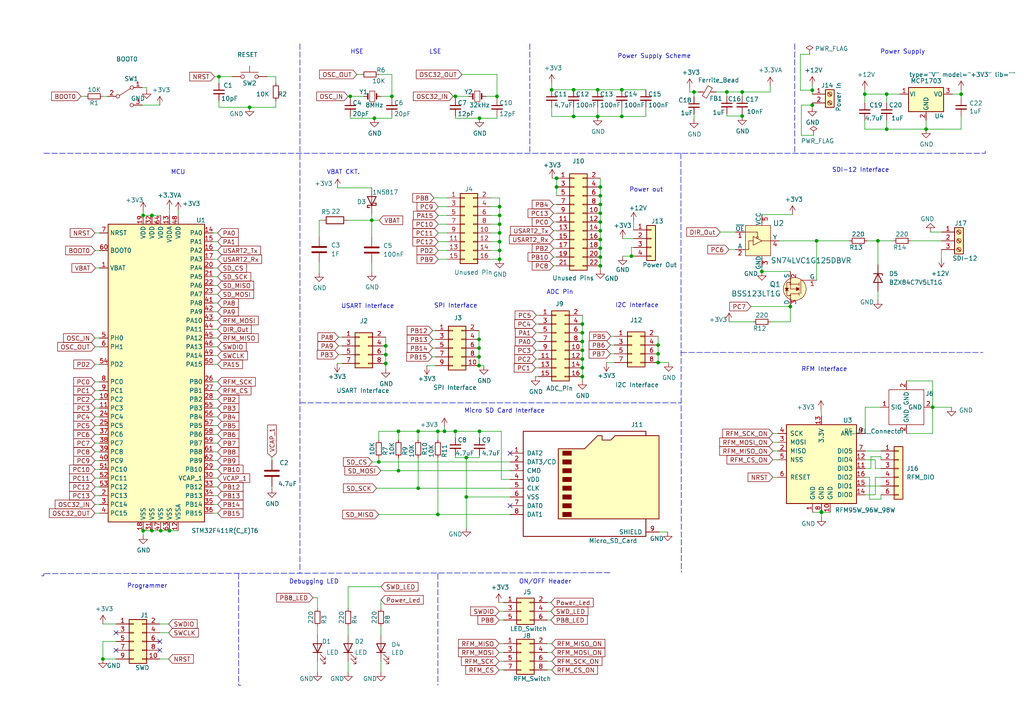
<source format=kicad_sch>
(kicad_sch (version 20211123) (generator eeschema)
  (paper "A4")
  (title_block (title "MoleNet V5.2") (date "2022-07-23") (rev "1") (company "Comnets Uni Bremen") (comment 1 "Eenesh Chavan"))
  (junction (at 268.605 37.465))
  (junction (at 46.609 153.924))
  (junction (at 41.529 62.484))
  (junction (at 235.585 30.48))
  (junction (at 115.57 136.525))
  (junction (at 144.907 67.564))
  (junction (at 138.938 100.965))
  (junction (at 270.51 118.11))
  (junction (at 238.252 148.463))
  (junction (at 190.881 102.616))
  (junction (at 201.295 26.67))
  (junction (at 144.907 65.024))
  (junction (at 190.881 105.156))
  (junction (at 168.91 109.22))
  (junction (at 173.355 26.035))
  (junction (at 108.585 34.29))
  (junction (at 127 125.095))
  (junction (at 229.235 88.9))
  (junction (at 144.907 75.184))
  (junction (at 101.6 27.94))
  (junction (at 63.5 22.225))
  (junction (at 168.91 96.52))
  (junction (at 183.134 74.295))
  (junction (at 168.91 106.68))
  (junction (at 174.117 74.549))
  (junction (at 29.845 191.135))
  (junction (at 111.887 102.87))
  (junction (at 49.149 153.924))
  (junction (at 166.37 33.782))
  (junction (at 72.39 31.115))
  (junction (at 107.823 63.881))
  (junction (at 250.825 27.305))
  (junction (at 44.069 153.924))
  (junction (at 144.907 59.944))
  (junction (at 138.938 103.505))
  (junction (at 111.887 100.33))
  (junction (at 215.265 33.655))
  (junction (at 235.585 26.162))
  (junction (at 174.117 72.009))
  (junction (at 121.285 141.605))
  (junction (at 127 149.225))
  (junction (at 128.905 125.095))
  (junction (at 139.065 125.095))
  (junction (at 144.907 62.484))
  (junction (at 174.117 61.849))
  (junction (at 144.907 70.104))
  (junction (at 215.265 26.67))
  (junction (at 138.938 106.045))
  (junction (at 139.065 34.29))
  (junction (at 144.145 27.94))
  (junction (at 168.91 99.06))
  (junction (at 168.91 93.98))
  (junction (at 173.355 33.782))
  (junction (at 174.117 69.469))
  (junction (at 161.417 54.229))
  (junction (at 210.82 26.67))
  (junction (at 160.02 26.035))
  (junction (at 174.117 59.309))
  (junction (at 144.907 72.644))
  (junction (at 236.855 69.85))
  (junction (at 220.98 78.74))
  (junction (at 254.635 69.85))
  (junction (at 180.34 33.782))
  (junction (at 41.529 153.924))
  (junction (at 132.08 27.94))
  (junction (at 109.855 133.985))
  (junction (at 257.175 37.465))
  (junction (at 174.117 66.929))
  (junction (at 44.069 62.484))
  (junction (at 190.881 100.076))
  (junction (at 115.57 125.095))
  (junction (at 278.765 27.305))
  (junction (at 174.117 54.229))
  (junction (at 168.91 104.14))
  (junction (at 166.37 26.035))
  (junction (at 180.34 26.035))
  (junction (at 113.665 27.94))
  (junction (at 174.117 77.089))
  (junction (at 174.117 56.769))
  (junction (at 111.887 105.41))
  (junction (at 135.255 132.715))
  (junction (at 174.117 64.389))
  (junction (at 161.417 51.689))
  (junction (at 238.252 148.59))
  (junction (at 257.175 27.305))
  (junction (at 135.255 144.145))
  (junction (at 168.91 101.6))
  (junction (at 121.285 125.095))
  (junction (at 132.08 125.095))
  (junction (at 138.938 98.425))
  (no_connect (at 46.355 186.055))
  (no_connect (at 33.655 188.595))
  (no_connect (at 147.955 131.445))
  (no_connect (at 33.655 183.515))
  (no_connect (at 46.355 188.595))
  (no_connect (at 147.955 146.685))
  (wire (pts (xy 27.559 143.764) (xy 28.829 143.764)))
  (wire (pts (xy 115.57 125.095) (xy 121.285 125.095)))
  (wire (pts (xy 174.117 51.689) (xy 174.117 54.229)))
  (wire (pts (xy 155.321 106.68) (xy 156.21 106.68)))
  (wire (pts (xy 146.05 189.23) (xy 144.78 189.23)))
  (wire (pts (xy 27.559 125.984) (xy 28.829 125.984)))
  (wire (pts (xy 135.255 144.145) (xy 135.255 132.715)))
  (wire (pts (xy 254.635 69.85) (xy 254.635 76.835)))
  (wire (pts (xy 29.845 180.975) (xy 33.655 180.975)))
  (wire (pts (xy 183.769 66.675) (xy 183.769 64.135)))
  (wire (pts (xy 107.823 63.881) (xy 107.823 68.707)))
  (wire (pts (xy 174.117 74.549) (xy 174.117 77.089)))
  (wire (pts (xy 63.119 85.344) (xy 61.849 85.344)))
  (wire (pts (xy 183.769 71.755) (xy 183.134 71.755)))
  (wire (pts (xy 252.603 132.461) (xy 255.524 132.461)))
  (wire (pts (xy 166.37 31.115) (xy 166.37 33.782)))
  (wire (pts (xy 168.91 91.44) (xy 168.91 93.98)))
  (wire (pts (xy 138.938 98.425) (xy 138.938 100.965)))
  (wire (pts (xy 101.6 33.655) (xy 101.6 34.29)))
  (wire (pts (xy 100.965 170.18) (xy 100.965 176.53)))
  (wire (pts (xy 63.119 133.604) (xy 61.849 133.604)))
  (wire (pts (xy 168.91 104.14) (xy 168.91 106.68)))
  (wire (pts (xy 264.16 69.85) (xy 273.05 69.85)))
  (wire (pts (xy 250.825 27.305) (xy 250.825 29.845)))
  (wire (pts (xy 158.75 186.69) (xy 160.02 186.69)))
  (wire (pts (xy 27.559 128.524) (xy 28.829 128.524)))
  (wire (pts (xy 220.98 77.47) (xy 220.98 78.74)))
  (wire (pts (xy 125.857 57.404) (xy 129.667 57.404)))
  (wire (pts (xy 146.05 186.69) (xy 144.78 186.69)))
  (wire (pts (xy 250.952 138.43) (xy 252.222 138.43)))
  (wire (pts (xy 105.41 27.94) (xy 101.6 27.94)))
  (wire (pts (xy 160.02 24.13) (xy 160.02 26.035)))
  (wire (pts (xy 270.51 110.49) (xy 270.51 118.11)))
  (wire (pts (xy 63.119 123.444) (xy 61.849 123.444)))
  (wire (pts (xy 98.171 97.79) (xy 99.187 97.79)))
  (wire (pts (xy 108.585 34.29) (xy 113.665 34.29)))
  (wire (pts (xy 142.367 59.944) (xy 144.907 59.944)))
  (wire (pts (xy 125.349 103.505) (xy 126.238 103.505)))
  (wire (pts (xy 92.075 191.77) (xy 92.075 194.945)))
  (wire (pts (xy 63.119 80.264) (xy 61.849 80.264)))
  (wire (pts (xy 168.91 106.68) (xy 168.91 109.22)))
  (wire (pts (xy 253.873 133.35) (xy 253.873 135.89)))
  (wire (pts (xy 41.275 30.48) (xy 46.355 30.48)))
  (wire (pts (xy 217.805 88.9) (xy 229.235 88.9)))
  (wire (pts (xy 27.559 123.444) (xy 28.829 123.444)))
  (wire (pts (xy 278.765 26.035) (xy 278.765 27.305)))
  (wire (pts (xy 255.524 132.461) (xy 255.524 133.35)))
  (wire (pts (xy 191.135 154.305) (xy 193.675 154.305)))
  (wire (pts (xy 127.127 72.644) (xy 129.667 72.644)))
  (wire (pts (xy 173.355 26.035) (xy 180.34 26.035)))
  (wire (pts (xy 127.127 75.184) (xy 129.667 75.184)))
  (wire (pts (xy 278.765 27.305) (xy 278.765 28.575)))
  (wire (pts (xy 246.38 69.85) (xy 236.855 69.85)))
  (wire (pts (xy 257.175 37.465) (xy 268.605 37.465)))
  (wire (pts (xy 160.147 51.689) (xy 161.417 51.689)))
  (wire (pts (xy 253.873 135.89) (xy 255.524 135.89)))
  (wire (pts (xy 63.119 128.524) (xy 61.849 128.524)))
  (wire (pts (xy 238.252 148.59) (xy 238.252 149.987)))
  (wire (pts (xy 27.559 113.284) (xy 28.829 113.284)))
  (wire (pts (xy 225.552 125.73) (xy 224.155 125.73)))
  (wire (pts (xy 113.665 27.94) (xy 113.665 21.59)))
  (wire (pts (xy 229.235 88.9) (xy 229.235 93.345)))
  (wire (pts (xy 63.119 118.364) (xy 61.849 118.364)))
  (wire (pts (xy 215.265 27.94) (xy 215.265 26.67)))
  (wire (pts (xy 276.225 27.305) (xy 278.765 27.305)))
  (wire (pts (xy 161.417 51.689) (xy 161.417 54.229)))
  (wire (pts (xy 236.855 69.85) (xy 226.06 69.85)))
  (wire (pts (xy 213.36 67.31) (xy 208.915 67.31)))
  (wire (pts (xy 109.855 133.985) (xy 107.95 133.985)))
  (wire (pts (xy 160.02 31.115) (xy 160.02 33.782)))
  (polyline (pts (xy 197.485 44.45) (xy 197.612 165.989)))
  (wire (pts (xy 27.686 77.724) (xy 28.829 77.724)))
  (wire (pts (xy 147.955 149.225) (xy 127 149.225)))
  (wire (pts (xy 210.82 26.67) (xy 210.82 27.94)))
  (wire (pts (xy 110.49 191.77) (xy 110.49 194.945)))
  (wire (pts (xy 142.367 70.104) (xy 144.907 70.104)))
  (wire (pts (xy 27.559 133.604) (xy 28.829 133.604)))
  (wire (pts (xy 144.907 62.484) (xy 144.907 65.024)))
  (wire (pts (xy 110.49 170.18) (xy 100.965 170.18)))
  (wire (pts (xy 27.559 72.644) (xy 28.829 72.644)))
  (polyline (pts (xy 12.7 166.37) (xy 12.7 167.005)))
  (wire (pts (xy 159.766 177.292) (xy 158.75 177.292)))
  (wire (pts (xy 190.881 102.616) (xy 190.881 105.156)))
  (wire (pts (xy 235.585 24.765) (xy 235.585 26.162)))
  (wire (pts (xy 155.575 91.44) (xy 156.21 91.44)))
  (wire (pts (xy 31.115 27.94) (xy 29.845 27.94)))
  (wire (pts (xy 109.855 21.59) (xy 113.665 21.59)))
  (wire (pts (xy 63.5 29.21) (xy 63.5 31.115)))
  (wire (pts (xy 144.653 174.752) (xy 146.05 174.752)))
  (wire (pts (xy 202.565 26.67) (xy 201.295 26.67)))
  (wire (pts (xy 110.49 176.53) (xy 110.49 173.99)))
  (wire (pts (xy 250.952 143.51) (xy 253.873 143.51)))
  (wire (pts (xy 257.175 27.305) (xy 257.175 29.845)))
  (wire (pts (xy 138.938 103.505) (xy 138.938 106.045)))
  (wire (pts (xy 80.01 22.225) (xy 77.47 22.225)))
  (wire (pts (xy 63.119 82.804) (xy 61.849 82.804)))
  (polyline (pts (xy 285.75 44.45) (xy 285.75 43.815)))
  (wire (pts (xy 273.05 67.31) (xy 269.875 67.31)))
  (wire (pts (xy 200.025 26.67) (xy 200.025 25.4)))
  (wire (pts (xy 135.255 132.715) (xy 139.065 132.715)))
  (wire (pts (xy 232.41 30.48) (xy 235.585 30.48)))
  (wire (pts (xy 168.91 96.52) (xy 168.91 99.06)))
  (wire (pts (xy 139.065 34.29) (xy 144.145 34.29)))
  (wire (pts (xy 113.665 27.94) (xy 110.49 27.94)))
  (wire (pts (xy 161.417 54.229) (xy 161.417 56.769)))
  (wire (pts (xy 180.34 31.115) (xy 180.34 33.782)))
  (wire (pts (xy 27.559 115.824) (xy 28.829 115.824)))
  (wire (pts (xy 147.955 133.985) (xy 109.855 133.985)))
  (wire (pts (xy 139.065 132.715) (xy 139.065 132.08)))
  (wire (pts (xy 132.08 125.095) (xy 139.065 125.095)))
  (wire (pts (xy 146.05 194.31) (xy 144.78 194.31)))
  (polyline (pts (xy 153.67 12.7) (xy 153.67 44.45)))
  (wire (pts (xy 177.165 97.536) (xy 178.181 97.536)))
  (wire (pts (xy 63.5 22.225) (xy 63.5 24.13)))
  (wire (pts (xy 104.775 21.59) (xy 103.505 21.59)))
  (wire (pts (xy 139.065 127) (xy 139.065 125.095)))
  (wire (pts (xy 63.5 22.225) (xy 67.31 22.225)))
  (wire (pts (xy 42.545 26.035) (xy 42.545 25.4)))
  (wire (pts (xy 42.545 25.4) (xy 41.275 25.4)))
  (wire (pts (xy 46.355 180.975) (xy 48.895 180.975)))
  (wire (pts (xy 174.117 56.769) (xy 174.117 59.309)))
  (wire (pts (xy 27.559 148.844) (xy 28.829 148.844)))
  (wire (pts (xy 250.952 118.11) (xy 250.952 125.73)))
  (wire (pts (xy 142.367 75.184) (xy 144.907 75.184)))
  (wire (pts (xy 127.127 67.564) (xy 129.667 67.564)))
  (wire (pts (xy 160.528 69.469) (xy 161.417 69.469)))
  (wire (pts (xy 235.712 148.59) (xy 238.252 148.59)))
  (wire (pts (xy 109.22 141.605) (xy 121.285 141.605)))
  (wire (pts (xy 211.455 72.39) (xy 213.36 72.39)))
  (wire (pts (xy 144.907 59.944) (xy 144.907 62.484)))
  (wire (pts (xy 27.559 138.684) (xy 28.829 138.684)))
  (wire (pts (xy 155.448 104.14) (xy 156.21 104.14)))
  (wire (pts (xy 63.119 75.184) (xy 61.849 75.184)))
  (wire (pts (xy 63.119 98.044) (xy 61.849 98.044)))
  (wire (pts (xy 262.89 110.49) (xy 270.51 110.49)))
  (wire (pts (xy 260.985 27.305) (xy 257.175 27.305)))
  (wire (pts (xy 27.559 136.144) (xy 28.829 136.144)))
  (wire (pts (xy 63.119 141.224) (xy 61.849 141.224)))
  (wire (pts (xy 250.952 133.35) (xy 253.873 133.35)))
  (wire (pts (xy 259.08 69.85) (xy 254.635 69.85)))
  (wire (pts (xy 24.765 27.94) (xy 23.495 27.94)))
  (wire (pts (xy 92.075 181.61) (xy 92.075 184.15)))
  (wire (pts (xy 63.119 115.824) (xy 61.849 115.824)))
  (wire (pts (xy 111.887 102.87) (xy 111.887 105.41)))
  (wire (pts (xy 155.448 93.98) (xy 156.21 93.98)))
  (wire (pts (xy 63.119 103.124) (xy 61.849 103.124)))
  (wire (pts (xy 63.119 87.884) (xy 61.849 87.884)))
  (polyline (pts (xy 230.505 12.7) (xy 230.505 44.45)))
  (wire (pts (xy 174.117 64.389) (xy 174.117 66.929)))
  (wire (pts (xy 92.583 76.2) (xy 92.583 79.121)))
  (wire (pts (xy 238.252 148.59) (xy 240.792 148.59)))
  (wire (pts (xy 115.57 136.525) (xy 110.49 136.525)))
  (wire (pts (xy 147.955 139.065) (xy 145.415 139.065)))
  (wire (pts (xy 210.82 26.67) (xy 215.265 26.67)))
  (wire (pts (xy 41.529 153.924) (xy 44.069 153.924)))
  (wire (pts (xy 155.448 99.06) (xy 156.21 99.06)))
  (wire (pts (xy 177.038 100.076) (xy 178.181 100.076)))
  (wire (pts (xy 135.89 27.94) (xy 132.08 27.94)))
  (wire (pts (xy 160.02 26.035) (xy 166.37 26.035)))
  (wire (pts (xy 278.765 33.655) (xy 278.765 37.465)))
  (wire (pts (xy 113.665 28.575) (xy 113.665 27.94)))
  (wire (pts (xy 132.08 132.08) (xy 132.08 132.715)))
  (wire (pts (xy 253.873 138.43) (xy 255.524 138.43)))
  (wire (pts (xy 210.82 33.02) (xy 210.82 33.655)))
  (wire (pts (xy 173.355 33.782) (xy 180.34 33.782)))
  (wire (pts (xy 238.125 118.745) (xy 238.252 120.65)))
  (wire (pts (xy 174.117 69.469) (xy 174.117 72.009)))
  (wire (pts (xy 159.766 174.752) (xy 158.75 174.752)))
  (wire (pts (xy 183.769 69.215) (xy 180.594 69.215)))
  (wire (pts (xy 225.552 133.35) (xy 224.155 133.35)))
  (polyline (pts (xy 69.215 198.755) (xy 69.85 198.755)))
  (wire (pts (xy 144.907 67.564) (xy 144.907 70.104)))
  (wire (pts (xy 225.552 130.81) (xy 224.155 130.81)))
  (wire (pts (xy 218.44 93.345) (xy 211.455 93.345)))
  (wire (pts (xy 155.448 101.6) (xy 156.21 101.6)))
  (wire (pts (xy 101.6 34.29) (xy 108.585 34.29)))
  (wire (pts (xy 63.5 31.115) (xy 72.39 31.115)))
  (wire (pts (xy 158.75 189.23) (xy 160.02 189.23)))
  (wire (pts (xy 142.367 57.404) (xy 144.907 57.404)))
  (wire (pts (xy 27.559 131.064) (xy 28.829 131.064)))
  (wire (pts (xy 109.855 132.715) (xy 109.855 133.985)))
  (wire (pts (xy 63.119 105.664) (xy 61.849 105.664)))
  (wire (pts (xy 132.08 27.94) (xy 131.445 27.94)))
  (polyline (pts (xy 86.995 116.84) (xy 197.485 116.84)))
  (wire (pts (xy 166.37 26.035) (xy 173.355 26.035)))
  (wire (pts (xy 255.524 144.78) (xy 255.524 143.51)))
  (wire (pts (xy 235.585 29.845) (xy 235.585 30.48)))
  (wire (pts (xy 27.559 120.904) (xy 28.829 120.904)))
  (wire (pts (xy 100.965 191.77) (xy 100.965 194.945)))
  (polyline (pts (xy 86.995 12.7) (xy 86.995 166.37)))
  (wire (pts (xy 159.766 179.832) (xy 158.75 179.832)))
  (wire (pts (xy 41.529 61.214) (xy 41.529 62.484)))
  (wire (pts (xy 175.895 105.156) (xy 178.181 105.156)))
  (wire (pts (xy 41.529 62.484) (xy 44.069 62.484)))
  (wire (pts (xy 252.603 135.89) (xy 252.603 132.461)))
  (polyline (pts (xy 127 166.37) (xy 127 198.755)))
  (wire (pts (xy 254.635 84.455) (xy 254.635 86.995)))
  (wire (pts (xy 270.51 125.73) (xy 270.51 118.11)))
  (wire (pts (xy 127 132.715) (xy 127 149.225)))
  (wire (pts (xy 125.476 95.885) (xy 126.238 95.885)))
  (wire (pts (xy 250.952 130.81) (xy 255.524 130.81)))
  (wire (pts (xy 144.78 177.292) (xy 146.05 177.292)))
  (wire (pts (xy 142.367 67.564) (xy 144.907 67.564)))
  (wire (pts (xy 201.295 26.67) (xy 201.295 28.067)))
  (wire (pts (xy 145.415 139.065) (xy 145.415 125.095)))
  (wire (pts (xy 33.655 186.055) (xy 29.845 186.055)))
  (wire (pts (xy 27.559 146.304) (xy 28.829 146.304)))
  (wire (pts (xy 128.905 125.095) (xy 132.08 125.095)))
  (wire (pts (xy 234.823 15.748) (xy 232.156 15.748)))
  (wire (pts (xy 160.528 74.549) (xy 161.417 74.549)))
  (wire (pts (xy 268.605 34.925) (xy 268.605 37.465)))
  (wire (pts (xy 98.171 102.87) (xy 99.187 102.87)))
  (wire (pts (xy 201.295 26.67) (xy 200.025 26.67)))
  (wire (pts (xy 100.965 63.881) (xy 107.823 63.881)))
  (wire (pts (xy 49.149 60.579) (xy 49.149 62.484)))
  (wire (pts (xy 253.873 143.51) (xy 253.873 138.43)))
  (wire (pts (xy 121.285 132.715) (xy 121.285 141.605)))
  (wire (pts (xy 125.476 98.425) (xy 126.238 98.425)))
  (wire (pts (xy 44.069 153.924) (xy 46.609 153.924)))
  (wire (pts (xy 63.119 92.964) (xy 61.849 92.964)))
  (wire (pts (xy 111.887 97.79) (xy 111.887 100.33)))
  (wire (pts (xy 160.528 77.089) (xy 161.417 77.089)))
  (wire (pts (xy 63.119 131.064) (xy 61.849 131.064)))
  (wire (pts (xy 63.119 67.564) (xy 61.849 67.564)))
  (wire (pts (xy 90.805 173.355) (xy 92.075 173.355)))
  (wire (pts (xy 236.855 81.28) (xy 236.855 69.85)))
  (wire (pts (xy 250.952 140.97) (xy 255.524 140.97)))
  (wire (pts (xy 174.117 66.929) (xy 174.117 69.469)))
  (wire (pts (xy 225.552 138.43) (xy 224.155 138.43)))
  (wire (pts (xy 41.529 155.194) (xy 41.529 153.924)))
  (wire (pts (xy 210.82 33.655) (xy 215.265 33.655)))
  (wire (pts (xy 174.117 61.849) (xy 174.117 64.389)))
  (wire (pts (xy 235.585 30.48) (xy 235.585 31.115)))
  (wire (pts (xy 107.823 63.881) (xy 109.982 63.881)))
  (wire (pts (xy 160.02 33.782) (xy 166.37 33.782)))
  (wire (pts (xy 142.367 65.024) (xy 144.907 65.024)))
  (wire (pts (xy 158.75 191.77) (xy 160.02 191.77)))
  (wire (pts (xy 128.905 123.825) (xy 128.905 125.095)))
  (wire (pts (xy 190.881 100.076) (xy 190.881 102.616)))
  (wire (pts (xy 29.845 191.135) (xy 33.655 191.135)))
  (wire (pts (xy 160.528 61.849) (xy 161.417 61.849)))
  (wire (pts (xy 113.665 34.29) (xy 113.665 33.655)))
  (wire (pts (xy 144.145 34.29) (xy 144.145 33.655)))
  (wire (pts (xy 27.559 98.044) (xy 28.829 98.044)))
  (wire (pts (xy 201.295 33.147) (xy 201.295 34.544)))
  (polyline (pts (xy 197.485 102.235) (xy 285.115 102.235)))
  (wire (pts (xy 135.255 144.145) (xy 135.255 153.035)))
  (wire (pts (xy 147.955 144.145) (xy 135.255 144.145)))
  (polyline (pts (xy 69.215 166.37) (xy 69.215 198.755)))
  (wire (pts (xy 146.05 191.77) (xy 144.78 191.77)))
  (wire (pts (xy 132.08 125.095) (xy 132.08 127)))
  (wire (pts (xy 127 127.635) (xy 127 125.095)))
  (wire (pts (xy 215.265 33.02) (xy 215.265 33.655)))
  (wire (pts (xy 78.867 132.588) (xy 78.867 133.477)))
  (wire (pts (xy 180.34 26.035) (xy 187.325 26.035)))
  (wire (pts (xy 127 125.095) (xy 128.905 125.095)))
  (polyline (pts (xy 12.7 167.005) (xy 12.065 167.005)))
  (wire (pts (xy 257.175 27.305) (xy 250.825 27.305)))
  (wire (pts (xy 168.91 99.06) (xy 168.91 101.6)))
  (wire (pts (xy 132.08 28.575) (xy 132.08 27.94)))
  (wire (pts (xy 63.119 146.304) (xy 61.849 146.304)))
  (wire (pts (xy 98.171 100.33) (xy 99.187 100.33)))
  (wire (pts (xy 174.117 54.229) (xy 174.117 56.769)))
  (wire (pts (xy 109.855 125.095) (xy 115.57 125.095)))
  (wire (pts (xy 144.907 57.404) (xy 144.907 59.944)))
  (wire (pts (xy 115.57 127.635) (xy 115.57 125.095)))
  (wire (pts (xy 273.05 72.39) (xy 273.05 74.93)))
  (wire (pts (xy 63.119 143.764) (xy 61.849 143.764)))
  (wire (pts (xy 72.39 31.115) (xy 80.01 31.115)))
  (wire (pts (xy 183.769 74.295) (xy 183.134 74.295)))
  (wire (pts (xy 121.285 141.605) (xy 147.955 141.605)))
  (wire (pts (xy 100.965 181.61) (xy 100.965 184.15)))
  (wire (pts (xy 97.917 54.483) (xy 107.823 54.483)))
  (wire (pts (xy 101.6 27.94) (xy 100.965 27.94)))
  (wire (pts (xy 252.222 138.43) (xy 252.222 144.78)))
  (wire (pts (xy 29.845 186.055) (xy 29.845 191.135)))
  (wire (pts (xy 132.08 132.715) (xy 135.255 132.715)))
  (wire (pts (xy 144.78 179.832) (xy 146.05 179.832)))
  (wire (pts (xy 250.952 118.11) (xy 255.27 118.11)))
  (wire (pts (xy 63.119 110.744) (xy 61.849 110.744)))
  (wire (pts (xy 138.938 106.045) (xy 140.335 106.045)))
  (wire (pts (xy 160.528 66.929) (xy 161.417 66.929)))
  (wire (pts (xy 250.825 37.465) (xy 257.175 37.465)))
  (wire (pts (xy 46.355 183.515) (xy 48.895 183.515)))
  (wire (pts (xy 27.559 110.744) (xy 28.829 110.744)))
  (wire (pts (xy 63.119 138.684) (xy 61.849 138.684)))
  (wire (pts (xy 235.966 39.243) (xy 232.41 39.243)))
  (wire (pts (xy 183.134 74.295) (xy 180.594 74.295)))
  (wire (pts (xy 51.689 61.214) (xy 51.689 62.484)))
  (wire (pts (xy 27.559 67.564) (xy 28.829 67.564)))
  (wire (pts (xy 138.938 95.885) (xy 138.938 98.425)))
  (wire (pts (xy 139.065 125.095) (xy 145.415 125.095)))
  (wire (pts (xy 46.355 191.135) (xy 48.895 191.135)))
  (wire (pts (xy 127 149.225) (xy 109.855 149.225)))
  (wire (pts (xy 190.881 105.156) (xy 193.929 105.156)))
  (wire (pts (xy 92.583 68.58) (xy 92.583 63.881)))
  (wire (pts (xy 110.49 181.61) (xy 110.49 184.15)))
  (wire (pts (xy 63.119 100.584) (xy 61.849 100.584)))
  (wire (pts (xy 160.528 59.309) (xy 161.417 59.309)))
  (wire (pts (xy 97.79 105.41) (xy 99.187 105.41)))
  (wire (pts (xy 63.119 72.644) (xy 61.849 72.644)))
  (wire (pts (xy 144.907 72.644) (xy 144.907 75.184)))
  (wire (pts (xy 63.119 120.904) (xy 61.849 120.904)))
  (wire (pts (xy 144.145 27.94) (xy 144.145 21.59)))
  (wire (pts (xy 232.41 39.243) (xy 232.41 30.48)))
  (wire (pts (xy 63.119 95.504) (xy 61.849 95.504)))
  (wire (pts (xy 278.765 37.465) (xy 268.605 37.465)))
  (wire (pts (xy 174.117 72.009) (xy 174.117 74.549)))
  (polyline (pts (xy 176.911 166.116) (xy 12.7 166.37)))
  (wire (pts (xy 144.907 70.104) (xy 144.907 72.644)))
  (wire (pts (xy 235.585 26.162) (xy 235.585 27.305)))
  (wire (pts (xy 142.367 72.644) (xy 144.907 72.644)))
  (wire (pts (xy 80.01 24.13) (xy 80.01 22.225)))
  (wire (pts (xy 166.37 33.782) (xy 173.355 33.782)))
  (wire (pts (xy 63.119 148.844) (xy 61.849 148.844)))
  (wire (pts (xy 144.145 28.575) (xy 144.145 27.94)))
  (wire (pts (xy 232.156 26.162) (xy 235.585 26.162)))
  (wire (pts (xy 254.635 69.85) (xy 251.46 69.85)))
  (wire (pts (xy 127.127 59.944) (xy 129.667 59.944)))
  (wire (pts (xy 63.119 77.724) (xy 61.849 77.724)))
  (wire (pts (xy 262.89 125.73) (xy 270.51 125.73)))
  (wire (pts (xy 207.645 26.67) (xy 210.82 26.67)))
  (wire (pts (xy 160.528 72.009) (xy 161.417 72.009)))
  (wire (pts (xy 115.57 132.715) (xy 115.57 136.525)))
  (wire (pts (xy 111.887 100.33) (xy 111.887 102.87)))
  (wire (pts (xy 127.127 62.484) (xy 129.667 62.484)))
  (wire (pts (xy 220.98 62.23) (xy 229.87 62.23)))
  (wire (pts (xy 232.156 15.748) (xy 232.156 26.162)))
  (wire (pts (xy 144.907 65.024) (xy 144.907 67.564)))
  (wire (pts (xy 121.285 125.095) (xy 127 125.095)))
  (wire (pts (xy 27.559 118.364) (xy 28.829 118.364)))
  (wire (pts (xy 252.222 144.78) (xy 255.524 144.78)))
  (wire (pts (xy 187.325 31.115) (xy 187.325 33.782)))
  (wire (pts (xy 229.235 93.345) (xy 223.52 93.345)))
  (wire (pts (xy 133.985 21.59) (xy 144.145 21.59)))
  (wire (pts (xy 44.069 62.484) (xy 46.609 62.484)))
  (wire (pts (xy 177.038 102.616) (xy 178.181 102.616)))
  (wire (pts (xy 168.91 110.363) (xy 168.91 109.22)))
  (wire (pts (xy 109.855 127.635) (xy 109.855 125.095)))
  (polyline (pts (xy 12.7 44.45) (xy 285.75 44.45)))
  (wire (pts (xy 127.127 65.024) (xy 129.667 65.024)))
  (wire (pts (xy 173.355 31.115) (xy 173.355 33.782)))
  (wire (pts (xy 63.119 136.144) (xy 61.849 136.144)))
  (wire (pts (xy 250.825 26.035) (xy 250.825 27.305)))
  (wire (pts (xy 111.887 106.934) (xy 111.887 105.41)))
  (wire (pts (xy 158.75 194.31) (xy 160.02 194.31)))
  (wire (pts (xy 121.285 127.635) (xy 121.285 125.095)))
  (wire (pts (xy 270.51 118.11) (xy 275.971 118.11)))
  (wire (pts (xy 225.552 128.27) (xy 224.155 128.27)))
  (wire (pts (xy 257.175 34.925) (xy 257.175 37.465)))
  (wire (pts (xy 49.149 153.924) (xy 51.689 153.924)))
  (wire (pts (xy 187.325 33.782) (xy 180.34 33.782)))
  (wire (pts (xy 63.119 125.984) (xy 61.849 125.984)))
  (wire (pts (xy 215.265 26.67) (xy 223.393 26.67)))
  (wire (pts (xy 174.117 59.309) (xy 174.117 61.849)))
  (wire (pts (xy 168.91 101.6) (xy 168.91 104.14)))
  (wire (pts (xy 92.583 63.881) (xy 93.345 63.881)))
  (wire (pts (xy 63.119 90.424) (xy 61.849 90.424)))
  (wire (pts (xy 80.01 31.115) (xy 80.01 29.21)))
  (wire (pts (xy 46.609 153.924) (xy 49.149 153.924)))
  (wire (pts (xy 27.559 141.224) (xy 28.829 141.224)))
  (wire (pts (xy 107.823 76.327) (xy 107.823 78.867)))
  (wire (pts (xy 62.23 22.225) (xy 63.5 22.225)))
  (wire (pts (xy 147.955 136.525) (xy 115.57 136.525)))
  (wire (pts (xy 144.145 27.94) (xy 140.97 27.94)))
  (wire (pts (xy 168.91 93.98) (xy 168.91 96.52)))
  (wire (pts (xy 27.559 105.664) (xy 28.829 105.664)))
  (wire (pts (xy 238.252 148.463) (xy 238.252 148.59)))
  (wire (pts (xy 27.559 100.584) (xy 28.829 100.584)))
  (wire (pts (xy 127.127 70.104) (xy 129.667 70.104)))
  (wire (pts (xy 78.867 141.732) (xy 78.867 141.097)))
  (wire (pts (xy 250.825 34.925) (xy 250.825 37.465)))
  (wire (pts (xy 132.08 34.29) (xy 139.065 34.29)))
  (wire (pts (xy 155.448 96.52) (xy 156.21 96.52)))
  (wire (pts (xy 107.823 62.103) (xy 107.823 63.881)))
  (wire (pts (xy 63.119 113.284) (xy 61.849 113.284)))
  (wire (pts (xy 174.117 78.232) (xy 174.117 77.089)))
  (wire (pts (xy 250.952 135.89) (xy 252.603 135.89)))
  (wire (pts (xy 123.825 106.045) (xy 126.238 106.045)))
  (wire (pts (xy 183.134 71.755) (xy 183.134 74.295)))
  (wire (pts (xy 229.235 78.74) (xy 220.98 78.74)))
  (wire (pts (xy 155.321 109.22) (xy 156.21 109.22)))
  (wire (pts (xy 101.6 28.575) (xy 101.6 27.94)))
  (wire (pts (xy 160.528 64.389) (xy 161.417 64.389)))
  (wire (pts (xy 63.119 70.104) (xy 61.849 70.104)))
  (wire (pts (xy 125.476 100.965) (xy 126.238 100.965)))
  (wire (pts (xy 142.367 62.484) (xy 144.907 62.484)))
  (wire (pts (xy 92.075 173.355) (xy 92.075 176.53)))
  (wire (pts (xy 223.393 24.892) (xy 223.393 26.67)))
  (wire (pts (xy 138.938 100.965) (xy 138.938 103.505)))
  (wire (pts (xy 190.881 97.536) (xy 190.881 100.076)))
  (wire (pts (xy 132.08 33.655) (xy 132.08 34.29)))
  (text "VBAT CKT." (at 94.742 50.8 0) (effects (font (size 1.27 1.27)) (justify left bottom)))
  (text "SPI Interface" (at 125.857 89.535 0) (effects (font (size 1.27 1.27)) (justify left bottom)))
  (text "RFM Interface" (at 232.41 107.95 0) (effects (font (size 1.27 1.27)) (justify left bottom)))
  (text "Power out" (at 182.499 55.88 0) (effects (font (size 1.27 1.27)) (justify left bottom)))
  (text "Micro SD Card Interface" (at 134.62 120.015 0) (effects (font (size 1.27 1.27)) (justify left bottom)))
  (text "SDI-12 Interface" (at 241.3 50.165 0) (effects (font (size 1.27 1.27)) (justify left bottom)))
  (text "I2C Interface" (at 178.435 89.408 0) (effects (font (size 1.27 1.27)) (justify left bottom)))
  (text "HSE" (at 101.6 15.875 0) (effects (font (size 1.27 1.27)) (justify left bottom)))
  (text "Programmer" (at 36.83 170.815 0) (effects (font (size 1.27 1.27)) (justify left bottom)))
  (text "ADC Pin" (at 158.496 85.598 0) (effects (font (size 1.27 1.27)) (justify left bottom)))
  (text "Power Supply" (at 255.27 15.875 0) (effects (font (size 1.27 1.27)) (justify left bottom)))
  (text "MCU" (at 49.53 50.8 0) (effects (font (size 1.27 1.27)) (justify left bottom)))
  (text "Power Supply Scheme" (at 179.07 17.145 0) (effects (font (size 1.27 1.27)) (justify left bottom)))
  (text "ON/OFF Header" (at 150.495 169.545 0) (effects (font (size 1.27 1.27)) (justify left bottom)))
  (text "LSE" (at 124.46 15.875 0) (effects (font (size 1.27 1.27)) (justify left bottom)))
  (text "Debugging LED" (at 83.82 169.545 0) (effects (font (size 1.27 1.27)) (justify left bottom)))
  (text "USART Interface" (at 98.933 89.662 0) (effects (font (size 1.27 1.27)) (justify left bottom)))
  (global_label "RFM_CS" (shape input) (at 63.119 113.284 0) (property "Intersheet References" "${INTERSHEET_REFS}" (effects hide)))
  (global_label "PC5" (shape input) (at 155.575 91.44 180) (property "Intersheet References" "${INTERSHEET_REFS}" (effects hide)))
  (global_label "PC13" (shape input) (at 27.559 143.764 180) (property "Intersheet References" "${INTERSHEET_REFS}" (effects hide)))
  (global_label "NRST" (shape input) (at 48.895 191.135 0) (property "Intersheet References" "${INTERSHEET_REFS}" (effects hide)))
  (global_label "SD_SCK" (shape input) (at 63.119 80.264 0) (property "Intersheet References" "${INTERSHEET_REFS}" (effects hide)))
  (global_label "PB2" (shape input) (at 160.528 72.009 180) (property "Intersheet References" "${INTERSHEET_REFS}" (effects hide)))
  (global_label "NRST" (shape input) (at 224.155 138.43 180) (property "Intersheet References" "${INTERSHEET_REFS}" (effects hide)))
  (global_label "SWD_LED" (shape input) (at 110.49 170.18 0) (property "Intersheet References" "${INTERSHEET_REFS}" (effects hide)))
  (global_label "USART2_Tx" (shape input) (at 63.119 72.644 0) (property "Intersheet References" "${INTERSHEET_REFS}" (effects hide)))
  (global_label "PB6" (shape input) (at 177.038 100.076 180) (property "Intersheet References" "${INTERSHEET_REFS}" (effects hide)))
  (global_label "OSC_IN" (shape input) (at 27.559 98.044 180) (property "Intersheet References" "${INTERSHEET_REFS}" (effects hide)))
  (global_label "PA0" (shape input) (at 155.448 99.06 180) (property "Intersheet References" "${INTERSHEET_REFS}" (effects hide)))
  (global_label "SD_SCK" (shape input) (at 109.22 141.605 180) (property "Intersheet References" "${INTERSHEET_REFS}" (effects hide)))
  (global_label "PC10" (shape input) (at 127.127 65.024 180) (property "Intersheet References" "${INTERSHEET_REFS}" (effects hide)))
  (global_label "NRST" (shape input) (at 62.23 22.225 180) (property "Intersheet References" "${INTERSHEET_REFS}" (effects hide)))
  (global_label "RFM_CS" (shape input) (at 144.78 194.31 180) (property "Intersheet References" "${INTERSHEET_REFS}" (effects hide)))
  (global_label "PC6" (shape input) (at 27.559 125.984 180) (property "Intersheet References" "${INTERSHEET_REFS}" (effects hide)))
  (global_label "RFM_SCK" (shape input) (at 63.119 110.744 0) (property "Intersheet References" "${INTERSHEET_REFS}" (effects hide)))
  (global_label "RFM_MOSI_ON" (shape input) (at 160.02 189.23 0) (property "Intersheet References" "${INTERSHEET_REFS}" (effects hide)))
  (global_label "PB9" (shape input) (at 127.127 75.184 180) (property "Intersheet References" "${INTERSHEET_REFS}" (effects hide)))
  (global_label "SD_MISO" (shape input) (at 109.855 149.225 180) (property "Intersheet References" "${INTERSHEET_REFS}" (effects hide)))
  (global_label "PC2" (shape input) (at 27.559 115.824 180) (property "Intersheet References" "${INTERSHEET_REFS}" (effects hide)))
  (global_label "PB10" (shape input) (at 160.528 74.549 180) (property "Intersheet References" "${INTERSHEET_REFS}" (effects hide)))
  (global_label "OSC32_IN" (shape input) (at 27.559 146.304 180) (property "Intersheet References" "${INTERSHEET_REFS}" (effects hide)))
  (global_label "PB8" (shape input) (at 144.78 179.832 180) (property "Intersheet References" "${INTERSHEET_REFS}" (effects hide)))
  (global_label "SWDIO" (shape input) (at 63.119 100.584 0) (property "Intersheet References" "${INTERSHEET_REFS}" (effects hide)))
  (global_label "PA9" (shape input) (at 98.171 100.33 180) (property "Intersheet References" "${INTERSHEET_REFS}" (effects hide)))
  (global_label "PB12" (shape input) (at 63.119 141.224 0) (property "Intersheet References" "${INTERSHEET_REFS}" (effects hide)))
  (global_label "SD_CS" (shape input) (at 63.119 77.724 0) (property "Intersheet References" "${INTERSHEET_REFS}" (effects hide)))
  (global_label "PC9" (shape input) (at 27.559 133.604 180) (property "Intersheet References" "${INTERSHEET_REFS}" (effects hide)))
  (global_label "PC4" (shape input) (at 155.448 93.98 180) (property "Intersheet References" "${INTERSHEET_REFS}" (effects hide)))
  (global_label "PB3" (shape input) (at 98.171 102.87 180) (property "Intersheet References" "${INTERSHEET_REFS}" (effects hide)))
  (global_label "PC10" (shape input) (at 27.559 136.144 180) (property "Intersheet References" "${INTERSHEET_REFS}" (effects hide)))
  (global_label "RFM_MISO" (shape input) (at 144.78 186.69 180) (property "Intersheet References" "${INTERSHEET_REFS}" (effects hide)))
  (global_label "RFM_MISO" (shape input) (at 63.119 98.044 0) (property "Intersheet References" "${INTERSHEET_REFS}" (effects hide)))
  (global_label "PB8" (shape input) (at 125.857 57.404 180) (property "Intersheet References" "${INTERSHEET_REFS}" (effects hide)))
  (global_label "SD_CS" (shape input) (at 107.95 133.985 180) (property "Intersheet References" "${INTERSHEET_REFS}" (effects hide)))
  (global_label "PD2" (shape input) (at 127.127 72.644 180) (property "Intersheet References" "${INTERSHEET_REFS}" (effects hide)))
  (global_label "PA15" (shape input) (at 63.119 105.664 0) (property "Intersheet References" "${INTERSHEET_REFS}" (effects hide)))
  (global_label "PA9" (shape input) (at 63.119 90.424 0) (property "Intersheet References" "${INTERSHEET_REFS}" (effects hide)))
  (global_label "PC9" (shape input) (at 127.127 59.944 180) (property "Intersheet References" "${INTERSHEET_REFS}" (effects hide)))
  (global_label "PB15" (shape input) (at 63.119 148.844 0) (property "Intersheet References" "${INTERSHEET_REFS}" (effects hide)))
  (global_label "PA8" (shape input) (at 63.119 87.884 0) (property "Intersheet References" "${INTERSHEET_REFS}" (effects hide)))
  (global_label "RFM_MOSI_ON" (shape input) (at 224.155 128.27 180) (property "Intersheet References" "${INTERSHEET_REFS}" (effects hide)))
  (global_label "RFM_MOSI" (shape input) (at 144.78 189.23 180) (property "Intersheet References" "${INTERSHEET_REFS}" (effects hide)))
  (global_label "PC8" (shape input) (at 27.559 131.064 180) (property "Intersheet References" "${INTERSHEET_REFS}" (effects hide)))
  (global_label "PC0" (shape input) (at 160.528 64.389 180) (property "Intersheet References" "${INTERSHEET_REFS}" (effects hide)))
  (global_label "VCAP_1" (shape input) (at 78.867 132.588 90) (property "Intersheet References" "${INTERSHEET_REFS}" (effects hide)))
  (global_label "VBAT" (shape input) (at 27.686 77.724 180) (property "Intersheet References" "${INTERSHEET_REFS}" (effects hide)))
  (global_label "RFM_CS_ON" (shape input) (at 224.155 133.35 180) (property "Intersheet References" "${INTERSHEET_REFS}" (effects hide)))
  (global_label "PB9" (shape input) (at 63.119 133.604 0) (property "Intersheet References" "${INTERSHEET_REFS}" (effects hide)))
  (global_label "USART2_Tx" (shape input) (at 160.528 66.929 180) (property "Intersheet References" "${INTERSHEET_REFS}" (effects hide)))
  (global_label "PC8" (shape input) (at 160.528 77.089 180) (property "Intersheet References" "${INTERSHEET_REFS}" (effects hide)))
  (global_label "DIR_Out" (shape input) (at 208.915 67.31 180) (property "Intersheet References" "${INTERSHEET_REFS}" (effects hide)))
  (global_label "OSC32_OUT" (shape input) (at 133.985 21.59 180) (property "Intersheet References" "${INTERSHEET_REFS}" (effects hide)))
  (global_label "RFM_SCK_ON" (shape input) (at 224.155 125.73 180) (property "Intersheet References" "${INTERSHEET_REFS}" (effects hide)))
  (global_label "PB4" (shape input) (at 160.528 59.309 180) (property "Intersheet References" "${INTERSHEET_REFS}" (effects hide)))
  (global_label "PB13" (shape input) (at 63.119 143.764 0) (property "Intersheet References" "${INTERSHEET_REFS}" (effects hide)))
  (global_label "PC1" (shape input) (at 155.321 106.68 180) (property "Intersheet References" "${INTERSHEET_REFS}" (effects hide)))
  (global_label "PC4" (shape input) (at 27.559 120.904 180) (property "Intersheet References" "${INTERSHEET_REFS}" (effects hide)))
  (global_label "PC12" (shape input) (at 127.127 70.104 180) (property "Intersheet References" "${INTERSHEET_REFS}" (effects hide)))
  (global_label "RFM_SCK_ON" (shape input) (at 160.02 191.77 0) (property "Intersheet References" "${INTERSHEET_REFS}" (effects hide)))
  (global_label "PC11" (shape input) (at 27.559 138.684 180) (property "Intersheet References" "${INTERSHEET_REFS}" (effects hide)))
  (global_label "PC6" (shape input) (at 211.455 72.39 180) (property "Intersheet References" "${INTERSHEET_REFS}" (effects hide)))
  (global_label "RFM_MISO_ON" (shape input) (at 224.155 130.81 180) (property "Intersheet References" "${INTERSHEET_REFS}" (effects hide)))
  (global_label "PC3" (shape input) (at 27.559 118.364 180) (property "Intersheet References" "${INTERSHEET_REFS}" (effects hide)))
  (global_label "USART2_Rx" (shape input) (at 63.119 75.184 0) (property "Intersheet References" "${INTERSHEET_REFS}" (effects hide)))
  (global_label "PC5" (shape input) (at 27.559 123.444 180) (property "Intersheet References" "${INTERSHEET_REFS}" (effects hide)))
  (global_label "PB8_LED" (shape input) (at 159.766 179.832 0) (property "Intersheet References" "${INTERSHEET_REFS}" (effects hide)))
  (global_label "VBAT" (shape input) (at 109.982 63.881 0) (property "Intersheet References" "${INTERSHEET_REFS}" (effects hide)))
  (global_label "PA0" (shape input) (at 63.119 67.564 0) (property "Intersheet References" "${INTERSHEET_REFS}" (effects hide)))
  (global_label "PA8" (shape input) (at 98.171 97.79 180) (property "Intersheet References" "${INTERSHEET_REFS}" (effects hide)))
  (global_label "SD_MOSI" (shape input) (at 63.119 85.344 0) (property "Intersheet References" "${INTERSHEET_REFS}" (effects hide)))
  (global_label "SD_MOSI" (shape input) (at 110.49 136.525 180) (property "Intersheet References" "${INTERSHEET_REFS}" (effects hide)))
  (global_label "Power_Led" (shape input) (at 159.766 174.752 0) (property "Intersheet References" "${INTERSHEET_REFS}" (effects hide)))
  (global_label "SWDIO" (shape input) (at 144.78 177.292 180) (property "Intersheet References" "${INTERSHEET_REFS}" (effects hide)))
  (global_label "VCAP_1" (shape input) (at 63.119 138.684 0) (property "Intersheet References" "${INTERSHEET_REFS}" (effects hide)))
  (global_label "PB15" (shape input) (at 125.349 103.505 180) (property "Intersheet References" "${INTERSHEET_REFS}" (effects hide)))
  (global_label "PC3" (shape input) (at 155.448 101.6 180) (property "Intersheet References" "${INTERSHEET_REFS}" (effects hide)))
  (global_label "BOOT0" (shape input) (at 27.559 72.644 180) (property "Intersheet References" "${INTERSHEET_REFS}" (effects hide)))
  (global_label "OSC32_OUT" (shape input) (at 27.559 148.844 180) (property "Intersheet References" "${INTERSHEET_REFS}" (effects hide)))
  (global_label "SWDIO" (shape input) (at 48.895 180.975 0) (property "Intersheet References" "${INTERSHEET_REFS}" (effects hide)))
  (global_label "PC13" (shape input) (at 160.528 61.849 180) (property "Intersheet References" "${INTERSHEET_REFS}" (effects hide)))
  (global_label "PB6" (shape input) (at 63.119 125.984 0) (property "Intersheet References" "${INTERSHEET_REFS}" (effects hide)))
  (global_label "PB5" (shape input) (at 63.119 123.444 0) (property "Intersheet References" "${INTERSHEET_REFS}" (effects hide)))
  (global_label "PB7" (shape input) (at 63.119 128.524 0) (property "Intersheet References" "${INTERSHEET_REFS}" (effects hide)))
  (global_label "DIR_Out" (shape input) (at 63.119 95.504 0) (property "Intersheet References" "${INTERSHEET_REFS}" (effects hide)))
  (global_label "PB8" (shape input) (at 63.119 131.064 0) (property "Intersheet References" "${INTERSHEET_REFS}" (effects hide)))
  (global_label "Power_Led" (shape input) (at 110.49 173.99 0) (property "Intersheet References" "${INTERSHEET_REFS}" (effects hide)))
  (global_label "PC7" (shape input) (at 27.559 128.524 180) (property "Intersheet References" "${INTERSHEET_REFS}" (effects hide)))
  (global_label "PD2" (shape input) (at 27.559 105.664 180) (property "Intersheet References" "${INTERSHEET_REFS}" (effects hide)))
  (global_label "PB2" (shape input) (at 63.119 115.824 0) (property "Intersheet References" "${INTERSHEET_REFS}" (effects hide)))
  (global_label "PB12" (shape input) (at 125.476 95.885 180) (property "Intersheet References" "${INTERSHEET_REFS}" (effects hide)))
  (global_label "RFM_MISO_ON" (shape input) (at 160.02 186.69 0) (property "Intersheet References" "${INTERSHEET_REFS}" (effects hide)))
  (global_label "PB3" (shape input) (at 63.119 118.364 0) (property "Intersheet References" "${INTERSHEET_REFS}" (effects hide)))
  (global_label "PB10" (shape input) (at 63.119 136.144 0) (property "Intersheet References" "${INTERSHEET_REFS}" (effects hide)))
  (global_label "RFM_CS_ON" (shape input) (at 160.02 194.31 0) (property "Intersheet References" "${INTERSHEET_REFS}" (effects hide)))
  (global_label "BOOT0" (shape input) (at 23.495 27.94 180) (property "Intersheet References" "${INTERSHEET_REFS}" (effects hide)))
  (global_label "RFM_MOSI" (shape input) (at 63.119 92.964 0) (property "Intersheet References" "${INTERSHEET_REFS}" (effects hide)))
  (global_label "OSC_OUT" (shape input) (at 103.505 21.59 180) (property "Intersheet References" "${INTERSHEET_REFS}" (effects hide)))
  (global_label "OSC32_IN" (shape input) (at 131.445 27.94 180) (property "Intersheet References" "${INTERSHEET_REFS}" (effects hide)))
  (global_label "USART2_Rx" (shape input) (at 160.528 69.469 180) (property "Intersheet References" "${INTERSHEET_REFS}" (effects hide)))
  (global_label "PB13" (shape input) (at 125.476 98.425 180) (property "Intersheet References" "${INTERSHEET_REFS}" (effects hide)))
  (global_label "PC1" (shape input) (at 27.559 113.284 180) (property "Intersheet References" "${INTERSHEET_REFS}" (effects hide)))
  (global_label "PB5" (shape input) (at 177.165 97.536 180) (property "Intersheet References" "${INTERSHEET_REFS}" (effects hide)))
  (global_label "RFM_SCK" (shape input) (at 144.78 191.77 180) (property "Intersheet References" "${INTERSHEET_REFS}" (effects hide)))
  (global_label "PB14" (shape input) (at 125.476 100.965 180) (property "Intersheet References" "${INTERSHEET_REFS}" (effects hide)))
  (global_label "PA1" (shape input) (at 155.448 96.52 180) (property "Intersheet References" "${INTERSHEET_REFS}" (effects hide)))
  (global_label "PC12" (shape input) (at 27.559 141.224 180) (property "Intersheet References" "${INTERSHEET_REFS}" (effects hide)))
  (global_label "PB4" (shape input) (at 63.119 120.904 0) (property "Intersheet References" "${INTERSHEET_REFS}" (effects hide)))
  (global_label "SWD_LED" (shape input) (at 159.766 177.292 0) (property "Intersheet References" "${INTERSHEET_REFS}" (effects hide)))
  (global_label "PB8_LED" (shape input) (at 90.805 173.355 180) (property "Intersheet References" "${INTERSHEET_REFS}" (effects hide)))
  (global_label "SD_MISO" (shape input) (at 63.119 82.804 0) (property "Intersheet References" "${INTERSHEET_REFS}" (effects hide)))
  (global_label "NRST" (shape input) (at 27.559 67.564 180) (property "Intersheet References" "${INTERSHEET_REFS}" (effects hide)))
  (global_label "PC11" (shape input) (at 127.127 67.564 180) (property "Intersheet References" "${INTERSHEET_REFS}" (effects hide)))
  (global_label "PA1" (shape input) (at 63.119 70.104 0) (property "Intersheet References" "${INTERSHEET_REFS}" (effects hide)))
  (global_label "PC7" (shape input) (at 217.805 88.9 180) (property "Intersheet References" "${INTERSHEET_REFS}" (effects hide)))
  (global_label "OSC_IN" (shape input) (at 100.965 27.94 180) (property "Intersheet References" "${INTERSHEET_REFS}" (effects hide)))
  (global_label "PA15" (shape input) (at 127.127 62.484 180) (property "Intersheet References" "${INTERSHEET_REFS}" (effects hide)))
  (global_label "SWCLK" (shape input) (at 63.119 103.124 0) (property "Intersheet References" "${INTERSHEET_REFS}" (effects hide)))
  (global_label "PC0" (shape input) (at 27.559 110.744 180) (property "Intersheet References" "${INTERSHEET_REFS}" (effects hide)))
  (global_label "PB14" (shape input) (at 63.119 146.304 0) (property "Intersheet References" "${INTERSHEET_REFS}" (effects hide)))
  (global_label "OSC_OUT" (shape input) (at 27.559 100.584 180) (property "Intersheet References" "${INTERSHEET_REFS}" (effects hide)))
  (global_label "SWCLK" (shape input) (at 48.895 183.515 0) (property "Intersheet References" "${INTERSHEET_REFS}" (effects hide)))
  (global_label "PB7" (shape input) (at 177.038 102.616 180) (property "Intersheet References" "${INTERSHEET_REFS}" (effects hide)))
  (global_label "PC2" (shape input) (at 155.448 104.14 180) (property "Intersheet References" "${INTERSHEET_REFS}" (effects hide)))
  (symbol (lib_id "power:GND") (at 92.075 194.945 0) (unit 1)
    (property "Reference" "#PWR0132" (effects hide))
    (property "Value" "GND" (at 88.9 196.85 0))
  )
  (symbol (lib_id "power:+3.3VA") (at 223.393 24.892 0) (unit 1)
    (property "Reference" "#PWR03" (effects hide))
    (property "Value" "+3.3VA" (at 223.393 20.32 0))
  )
  (symbol (lib_id "Connector_Generic:Conn_01x06") (at 260.604 135.89 0) (unit 1)
    (property "Reference" "J16" (at 262.89 135.8899 0) (effects (justify left)))
    (property "Value" "RFM_DIO" (at 262.89 138.4299 0) (effects (justify left)))
    (property "Footprint" "Connector_PinHeader_2.54mm:PinHeader_1x06_P2.54mm_Vertical" (effects hide))
  )
  (symbol (lib_id "Connector_Generic:Conn_02x04_Top_Bottom") (at 183.261 100.076 0) (unit 1)
    (property "Reference" "J12" (at 184.531 92.837 0))
    (property "Value" "I2C Interface" (at 184.785 111.633 0))
    (property "Footprint" "Connector_PinHeader_2.54mm:PinHeader_2x04_P2.54mm_Vertical" (effects hide))
  )
  (symbol (lib_id "power:GND") (at 201.295 34.544 0) (unit 1)
    (property "Reference" "#PWR02" (effects hide))
    (property "Value" "GND" (at 201.422 38.9382 0))
  )
  (symbol (lib_id "power:GND") (at 235.585 31.115 0) (unit 1)
    (property "Reference" "#PWR0125" (effects hide))
    (property "Value" "GND" (at 235.712 35.5092 0))
  )
  (symbol (lib_id "Device:R") (at 97.155 63.881 90) (unit 1)
    (property "Reference" "R5" (at 94.488 61.468 90))
    (property "Value" "22" (at 97.409 61.341 90))
    (property "Footprint" "Resistor_SMD:R_0805_2012Metric_Pad1.20x1.40mm_HandSolder" (effects hide))
  )
  (symbol (lib_id "Regulator_Linear:MCP1703A-3302_SOT223") (at 268.605 27.305 0) (unit 1)
    (property "Reference" "U4" (at 272.415 33.655 0))
    (property "Value" "MCP1703" (at 268.605 23.4696 0))
    (property "Footprint" "Package_TO_SOT_SMD:SOT-223-3_TabPin2" (effects hide))
    (property "Datasheet" "http://ww1.microchip.com/downloads/en/DeviceDoc/20005122B.pdf" (effects hide))
  )
  (symbol (lib_id "Device:R_Small") (at 100.965 179.07 180) (unit 1)
    (property "Reference" "R4" (at 102.87 179.705 90))
    (property "Value" "220" (at 99.06 179.07 90))
    (property "Footprint" "Resistor_SMD:R_0805_2012Metric_Pad1.20x1.40mm_HandSolder" (effects hide))
  )
  (symbol (lib_id "power:GND") (at 72.39 31.115 0) (unit 1)
    (property "Reference" "#PWR0148" (effects hide))
    (property "Value" "GND" (at 68.58 33.02 0))
  )
  (symbol (lib_id "power:+3.3V") (at 41.529 61.214 0) (unit 1)
    (property "Reference" "#PWR0154" (effects hide))
    (property "Value" "+3.3V" (at 38.989 58.039 0))
  )
  (symbol (lib_id "Device:C_Small") (at 250.825 32.385 0) (unit 1)
    (property "Reference" "C19" (at 252.095 30.48 0) (effects (justify left)))
    (property "Value" "4.7uF" (at 250.825 34.29 0) (effects (justify left)))
    (property "Footprint" "Capacitor_SMD:C_0805_2012Metric_Pad1.18x1.45mm_HandSolder" (effects hide))
  )
  (symbol (lib_id "power:GND") (at 41.529 155.194 0) (unit 1)
    (property "Reference" "#PWR0129" (effects hide))
    (property "Value" "GND" (at 41.656 159.5882 0))
  )
  (symbol (lib_id "power:GND") (at 215.265 33.655 0) (unit 1)
    (property "Reference" "#PWR0105" (effects hide))
    (property "Value" "GND" (at 215.392 38.0492 0))
  )
  (symbol (lib_id "power:GND") (at 108.585 34.29 0) (unit 1)
    (property "Reference" "#PWR0145" (effects hide))
    (property "Value" "GND" (at 108.712 38.6842 0))
  )
  (symbol (lib_id "Connector:Screw_Terminal_01x03") (at 278.13 69.85 0) (unit 1)
    (property "Reference" "J17" (at 276.86 64.77 0) (effects (justify left)))
    (property "Value" "SDI-12" (at 276.225 74.93 0) (effects (justify left)))
    (property "Footprint" "TerminalBlock_Phoenix:TerminalBlock_Phoenix_PT-1,5-3-3.5-H_1x03_P3.50mm_Horizontal" (effects hide))
  )
  (symbol (lib_id "MoleNet_v5.01-rescue:SN74LVC1G125DBVR-dk_Logic-Buffers-Drivers-Receivers-Transceivers") (at 220.98 69.85 0) (unit 1)
    (property "Reference" "U2" (at 224.155 64.77 0) (effects (font (size 1.524 1.524)) (justify left)))
    (property "Value" "SN74LVC1G125DBVR" (at 223.52 75.565 0) (effects (font (size 1.524 1.524)) (justify left)))
    (property "Footprint" "Package_TO_SOT_SMD:SOT-23-5" (effects hide))
    (property "Datasheet" "http://www.ti.com/general/docs/suppproductinfo.tsp?distId=10&gotoUrl=http%3A%2F%2Fwww.ti.com%2Flit%2Fgpn%2Fsn74lvc1g125" (effects hide))
    (property "Digi-Key_PN" "296-11603-1-ND" (effects hide))
    (property "MPN" "SN74LVC1G125DBVR" (effects hide))
    (property "Category" "Integrated Circuits (ICs)" (effects hide))
    (property "Family" "Logic - Buffers, Drivers, Receivers, Transceivers" (effects hide))
    (property "DK_Datasheet_Link" "http://www.ti.com/general/docs/suppproductinfo.tsp?distId=10&gotoUrl=http%3A%2F%2Fwww.ti.com%2Flit%2Fgpn%2Fsn74lvc1g125" (effects hide))
    (property "DK_Detail_Page" "/product-detail/en/texas-instruments/SN74LVC1G125DBVR/296-11603-1-ND/385742" (effects hide))
    (property "Description" "IC BUF NON-INVERT 5.5V SOT23-5" (effects hide))
    (property "Manufacturer" "Texas Instruments" (effects hide))
    (property "Status" "Active" (effects hide))
  )
  (symbol (lib_id "Device:C_Small") (at 257.175 32.385 0) (unit 1)
    (property "Reference" "C20" (at 257.81 30.48 0) (effects (justify left)))
    (property "Value" "1uF" (at 258.445 34.29 0) (effects (justify left)))
    (property "Footprint" "Capacitor_SMD:C_0805_2012Metric_Pad1.18x1.45mm_HandSolder" (effects hide))
  )
  (symbol (lib_id "power:GND") (at 275.971 118.11 0) (unit 1)
    (property "Reference" "#PWR05" (effects hide))
    (property "Value" "GND" (at 280.162 118.999 0))
  )
  (symbol (lib_id "power:+3.3V") (at 238.125 118.745 0) (unit 1)
    (property "Reference" "#PWR0109" (effects hide))
    (property "Value" "+3.3V" (at 233.68 118.11 0))
  )
  (symbol (lib_id "power:GND") (at 254.635 86.995 0) (unit 1)
    (property "Reference" "#PWR0107" (effects hide))
    (property "Value" "GND" (at 251.46 87.63 0))
  )
  (symbol (lib_id "power:GND") (at 174.117 78.232 0) (unit 1)
    (property "Reference" "#PWR0123" (effects hide))
    (property "Value" "GND" (at 177.419 80.772 0))
  )
  (symbol (lib_id "power:+3.3V") (at 278.765 26.035 0) (unit 1)
    (property "Reference" "#PWR0118" (effects hide))
    (property "Value" "+3.3V" (at 279.146 21.6408 0))
    (property "Spice_Primitive" "V" (effects hide))
    (property "Spice_Netlist_Enabled" "Y" (effects hide))
  )
  (symbol (lib_id "Device:R_Small") (at 109.855 130.175 180) (unit 1)
    (property "Reference" "R7" (at 111.76 130.81 90))
    (property "Value" "10K" (at 107.95 130.175 90))
    (property "Footprint" "Resistor_SMD:R_0402_1005Metric_Pad0.72x0.64mm_HandSolder" (effects hide))
  )
  (symbol (lib_id "Connector_Generic:Conn_02x03_Top_Bottom") (at 151.13 177.292 0) (unit 1)
    (property "Reference" "J5" (at 152.908 171.704 0))
    (property "Value" "LED_Switch" (at 153.289 182.372 0))
    (property "Footprint" "Connector_PinHeader_2.54mm:PinHeader_2x03_P2.54mm_Vertical" (effects hide))
  )
  (symbol (lib_id "Device:C_Small") (at 144.145 31.115 0) (unit 1)
    (property "Reference" "C10" (at 144.78 29.845 0) (effects (justify left)))
    (property "Value" "12pF" (at 144.78 33.02 0) (effects (justify left)))
    (property "Footprint" "Capacitor_SMD:C_0402_1005Metric_Pad0.74x0.62mm_HandSolder" (effects hide))
  )
  (symbol (lib_id "power:+3.3V") (at 29.845 180.975 0) (unit 1)
    (property "Reference" "#PWR0134" (effects hide))
    (property "Value" "+3.3V" (at 30.226 176.5808 0))
  )
  (symbol (lib_id "Device:C_Small") (at 132.08 129.54 0) (unit 1)
    (property "Reference" "C8" (at 132.715 127.635 0) (effects (justify left)))
    (property "Value" "4.7uF" (at 132.08 131.445 0) (effects (justify left)))
    (property "Footprint" "Capacitor_SMD:C_0402_1005Metric_Pad0.74x0.62mm_HandSolder" (effects hide))
  )
  (symbol (lib_id "power:GND") (at 110.49 194.945 0) (unit 1)
    (property "Reference" "#PWR0133" (effects hide))
    (property "Value" "GND" (at 107.315 196.85 0))
  )
  (symbol (lib_id "Device:LED") (at 92.075 187.96 90) (unit 1)
    (property "Reference" "D1" (at 93.345 186.055 90) (effects (justify right)))
    (property "Value" "LED" (at 94.615 189.23 90) (effects (justify right)))
    (property "Footprint" "LED_SMD:LED_0805_2012Metric_Pad1.15x1.40mm_HandSolder" (effects hide))
  )
  (symbol (lib_id "power:GND") (at 140.335 106.045 0) (unit 1)
    (property "Reference" "#PWR0143" (effects hide))
    (property "Value" "GND" (at 140.462 110.4392 0))
  )
  (symbol (lib_id "power:GND") (at 155.321 109.22 0) (unit 1)
    (property "Reference" "#PWR0138" (effects hide))
    (property "Value" "GND" (at 155.448 113.6142 0))
  )
  (symbol (lib_id "power:+3.3VA") (at 49.149 60.579 0) (unit 1)
    (property "Reference" "#PWR01" (effects hide))
    (property "Value" "+3.3VA" (at 49.149 56.642 0))
  )
  (symbol (lib_id "RF_UFL_Connector:RF_UFL_Connector") (at 262.89 118.11 270) (unit 1)
    (property "Reference" "J6" (at 269.621 114.173 90))
    (property "Value" "RF_UFL_Connector" (at 253.492 125.095 90))
    (property "Footprint" "Connector_Coaxial:U.FL_Molex_MCRF_73412-0110_Vertical" (effects hide))
  )
  (symbol (lib_id "Device:R_Small") (at 92.075 179.07 180) (unit 1)
    (property "Reference" "R3" (at 93.98 179.705 90))
    (property "Value" "220" (at 90.17 179.07 90))
    (property "Footprint" "Resistor_SMD:R_0805_2012Metric_Pad1.20x1.40mm_HandSolder" (effects hide))
  )
  (symbol (lib_id "Device:R_Small") (at 127 130.175 180) (unit 1)
    (property "Reference" "R11" (at 128.905 130.81 90))
    (property "Value" "10K" (at 125.095 130.81 90))
    (property "Footprint" "Resistor_SMD:R_0402_1005Metric_Pad0.72x0.64mm_HandSolder" (effects hide))
  )
  (symbol (lib_id "Connector:Micro_SD_Card") (at 170.815 139.065 0) (unit 1)
    (property "Reference" "J11" (at 184.785 123.19 0))
    (property "Value" "Micro_SD_Card" (at 177.8 156.845 0))
    (property "Footprint" "Connector_Card:microSD_HC_Molex_104031-0811" (effects hide))
    (property "Datasheet" "http://katalog.we-online.de/em/datasheet/693072010801.pdf" (effects hide))
  )
  (symbol (lib_id "power:+12V") (at 235.585 24.765 0) (unit 1)
    (property "Reference" "#PWR0124" (effects hide))
    (property "Value" "+12V" (at 235.966 20.3708 0))
  )
  (symbol (lib_id "power:GND") (at 220.98 78.74 0) (unit 1)
    (property "Reference" "#PWR0106" (effects hide))
    (property "Value" "GND" (at 217.805 79.375 0))
  )
  (symbol (lib_id "Device:C") (at 78.867 137.287 0) (unit 1)
    (property "Reference" "C2" (at 81.026 134.239 0) (effects (justify left)))
    (property "Value" "4.7uF" (at 80.645 140.335 0) (effects (justify left)))
    (property "Footprint" "Capacitor_SMD:C_0402_1005Metric_Pad0.74x0.62mm_HandSolder" (effects hide))
  )
  (symbol (lib_id "power:GND") (at 135.255 153.035 0) (unit 1)
    (property "Reference" "#PWR0127" (effects hide))
    (property "Value" "GND" (at 132.08 154.94 0))
  )
  (symbol (lib_id "power:GND") (at 78.867 141.732 0) (unit 1)
    (property "Reference" "#PWR0136" (effects hide))
    (property "Value" "GND" (at 78.994 146.1262 0))
  )
  (symbol (lib_id "Device:R_Small") (at 115.57 130.175 180) (unit 1)
    (property "Reference" "R9" (at 117.475 130.81 90))
    (property "Value" "10K" (at 113.665 130.175 90))
    (property "Footprint" "Resistor_SMD:R_0402_1005Metric_Pad0.72x0.64mm_HandSolder" (effects hide))
  )
  (symbol (lib_id "MoleNet_v5.01-rescue:Ferrite_Bead_Small-Device") (at 205.105 26.67 270) (unit 1)
    (property "Reference" "FB1" (at 207.645 28.575 90))
    (property "Value" "Ferrite_Bead" (at 208.407 23.241 90))
    (property "Footprint" "Inductor_SMD:L_0805_2012Metric_Pad1.05x1.20mm_HandSolder" (effects hide))
  )
  (symbol (lib_id "Connector_Generic:Conn_02x04_Odd_Even") (at 151.13 189.23 0) (unit 1)
    (property "Reference" "J8" (at 152.781 184.404 0))
    (property "Value" "RFM_Switch" (at 154.305 196.85 0))
    (property "Footprint" "Connector_PinHeader_2.54mm:PinHeader_2x04_P2.54mm_Vertical" (effects hide))
  )
  (symbol (lib_id "power:GND") (at 100.965 194.945 0) (unit 1)
    (property "Reference" "#PWR0131" (effects hide))
    (property "Value" "GND" (at 97.79 196.85 0))
  )
  (symbol (lib_id "Connector_Generic:Conn_02x05_Counter_Clockwise") (at 131.318 100.965 0) (unit 1)
    (property "Reference" "J3" (at 132.842 92.202 0))
    (property "Value" "SPI Interface" (at 131.953 112.395 0))
    (property "Footprint" "Connector_PinHeader_2.54mm:PinHeader_2x05_P2.54mm_Vertical" (effects hide))
  )
  (symbol (lib_id "power:+3.3V") (at 97.79 105.41 180) (unit 1)
    (property "Reference" "#PWR0130" (effects hide))
    (property "Value" "+3.3V" (at 97.79 109.22 0))
  )
  (symbol (lib_id "Device:C_Small") (at 132.08 31.115 0) (unit 1)
    (property "Reference" "C7" (at 132.715 29.845 0) (effects (justify left)))
    (property "Value" "12pF" (at 132.715 33.02 0) (effects (justify left)))
    (property "Footprint" "Capacitor_SMD:C_0402_1005Metric_Pad0.74x0.62mm_HandSolder" (effects hide))
  )
  (symbol (lib_id "power:+12V") (at 273.05 74.93 180) (unit 1)
    (property "Reference" "#PWR0119" (effects hide))
    (property "Value" "+12V" (at 272.669 79.3242 0))
  )
  (symbol (lib_id "power:GND") (at 42.545 26.035 0) (unit 1)
    (property "Reference" "#PWR0152" (effects hide))
    (property "Value" "GND" (at 40.005 28.575 0))
  )
  (symbol (lib_id "Device:C") (at 92.583 72.39 0) (unit 1)
    (property "Reference" "C3" (at 96.012 71.1199 0) (effects (justify left)))
    (property "Value" "1F" (at 96.012 73.6599 0) (effects (justify left)))
    (property "Footprint" "Capacitor_THT:C_Axial_L5.1mm_D3.1mm_P12.50mm_Horizontal" (effects hide))
  )
  (symbol (lib_id "Switch:SW_Push") (at 72.39 22.225 0) (unit 1)
    (property "Reference" "SW2" (at 72.39 24.13 0))
    (property "Value" "RESET" (at 71.755 15.875 0))
    (property "Footprint" "Button_Switch_THT:SW_PUSH_6mm_H4.3mm" (effects hide))
  )
  (symbol (lib_id "power:GND") (at 269.875 67.31 180) (unit 1)
    (property "Reference" "#PWR0120" (effects hide))
    (property "Value" "GND" (at 268.986 63.5 0))
  )
  (symbol (lib_id "Diode:BZX84Cxx") (at 254.635 80.645 270) (unit 1)
    (property "Reference" "D5" (at 257.81 79.3749 90) (effects (justify left)))
    (property "Value" "BZX84C7V5LT1G" (at 257.81 81.9149 90) (effects (justify left)))
    (property "Footprint" "Package_TO_SOT_SMD:SOT-23" (effects hide))
    (property "Datasheet" "https://diotec.com/tl_files/diotec/files/pdf/datasheets/bzx84c2v4.pdf" (effects hide))
  )
  (symbol (lib_id "Device:C_Small") (at 101.6 31.115 0) (unit 1)
    (property "Reference" "C4" (at 102.235 29.845 0) (effects (justify left)))
    (property "Value" "20pF" (at 102.235 33.02 0) (effects (justify left)))
    (property "Footprint" "Capacitor_SMD:C_0402_1005Metric_Pad0.74x0.62mm_HandSolder" (effects hide))
  )
  (symbol (lib_id "Device:C_Small") (at 166.37 28.575 0) (unit 1)
    (property "Reference" "C12" (at 167.005 27.305 0) (effects (justify left)))
    (property "Value" "100nF" (at 167.005 30.48 0) (effects (justify left)))
    (property "Footprint" "Capacitor_SMD:C_0805_2012Metric_Pad1.18x1.45mm_HandSolder" (effects hide))
  )
  (symbol (lib_id "RF_Module:RFM96W-433S2") (at 238.252 133.35 0) (unit 1)
    (property "Reference" "U3" (at 245.872 121.92 0))
    (property "Value" "RFM95W_96W_98W" (at 250.952 147.955 0))
    (property "Footprint" "RF_Module:HOPERF_RFM9XW_SMD" (effects hide))
    (property "Datasheet" "https://www.hoperf.com/data/upload/portal/20181127/5bfcc0ac60235.pdf" (effects hide))
  )
  (symbol (lib_id "Device:LED") (at 100.965 187.96 90) (unit 1)
    (property "Reference" "D2" (at 102.87 186.055 90) (effects (justify right)))
    (property "Value" "LED" (at 102.87 189.23 90) (effects (justify right)))
    (property "Footprint" "LED_SMD:LED_0805_2012Metric_Pad1.15x1.40mm_HandSolder" (effects hide))
  )
  (symbol (lib_id "power:GND") (at 29.845 191.135 0) (unit 1)
    (property "Reference" "#PWR0135" (effects hide))
    (property "Value" "GND" (at 33.02 193.04 0))
  )
  (symbol (lib_id "Device:C_Small") (at 173.355 28.575 0) (unit 1)
    (property "Reference" "C13" (at 173.99 27.305 0) (effects (justify left)))
    (property "Value" "100nF" (at 173.99 30.48 0) (effects (justify left)))
    (property "Footprint" "Capacitor_SMD:C_0805_2012Metric_Pad1.18x1.45mm_HandSolder" (effects hide))
  )
  (symbol (lib_id "power:+3.3V") (at 144.653 174.752 0) (unit 1)
    (property "Reference" "#PWR04" (effects hide))
    (property "Value" "+3.3V" (at 145.034 170.3578 0))
  )
  (symbol (lib_id "power:+3.3V") (at 180.594 69.215 0) (unit 1)
    (property "Reference" "#PWR0114" (effects hide))
    (property "Value" "+3.3V" (at 180.594 65.405 0))
  )
  (symbol (lib_id "Connector_Generic:Conn_02x08_Odd_Even") (at 161.29 99.06 0) (unit 1)
    (property "Reference" "J9" (at 162.306 88.138 0))
    (property "Value" "ADC_Pin" (at 162.306 112.649 0))
    (property "Footprint" "Connector_PinHeader_2.54mm:PinHeader_2x08_P2.54mm_Vertical" (effects hide))
  )
  (symbol (lib_id "Diode:1N5817") (at 107.823 58.293 90) (unit 1)
    (property "Reference" "D3" (at 103.505 58.547 90) (effects (justify right)))
    (property "Value" "1N5817" (at 107.95 55.753 90) (effects (justify right)))
    (property "Footprint" "Diode_THT:D_DO-41_SOD81_P10.16mm_Horizontal" (effects hide))
    (property "Datasheet" "http://www.vishay.com/docs/88525/1n5817.pdf" (effects hide))
  )
  (symbol (lib_id "Device:R_Small") (at 27.305 27.94 90) (unit 1)
    (property "Reference" "R1" (at 27.305 29.845 90))
    (property "Value" "10K" (at 27.305 26.035 90))
    (property "Footprint" "Resistor_SMD:R_0805_2012Metric_Pad1.20x1.40mm_HandSolder" (effects hide))
  )
  (symbol (lib_id "power:GND") (at 144.907 75.184 0) (unit 1)
    (property "Reference" "#PWR0144" (effects hide))
    (property "Value" "GND" (at 145.034 79.5782 0))
  )
  (symbol (lib_id "power:+3.3V") (at 123.825 106.045 180) (unit 1)
    (property "Reference" "#PWR0137" (effects hide))
    (property "Value" "+3.3V" (at 123.825 109.855 0))
  )
  (symbol (lib_id "power:GND") (at 139.065 34.29 0) (unit 1)
    (property "Reference" "#PWR0150" (effects hide))
    (property "Value" "GND" (at 139.192 38.6842 0))
  )
  (symbol (lib_id "Device:R_Small") (at 80.01 26.67 180) (unit 1)
    (property "Reference" "R2" (at 81.915 27.305 0))
    (property "Value" "10K" (at 76.2 27.305 0))
    (property "Footprint" "Resistor_SMD:R_0805_2012Metric_Pad1.20x1.40mm_HandSolder" (effects hide))
  )
  (symbol (lib_id "power:GND") (at 180.594 74.295 0) (unit 1)
    (property "Reference" "#PWR0115" (effects hide))
    (property "Value" "GND" (at 180.594 78.232 0))
  )
  (symbol (lib_id "Device:C_Small") (at 278.765 31.115 0) (unit 1)
    (property "Reference" "C22" (at 281.1018 29.9466 0) (effects (justify left)))
    (property "Value" "1uF" (at 281.1018 32.258 0) (effects (justify left)))
    (property "Footprint" "Capacitor_SMD:C_0805_2012Metric_Pad1.18x1.45mm_HandSolder" (effects hide))
  )
  (symbol (lib_id "power:GND") (at 193.675 154.305 0) (unit 1)
    (property "Reference" "#PWR0146" (effects hide))
    (property "Value" "GND" (at 190.5 156.21 0))
  )
  (symbol (lib_id "power:+3.3V") (at 160.147 51.689 0) (unit 1)
    (property "Reference" "#PWR0112" (effects hide))
    (property "Value" "+3.3V" (at 160.147 47.879 0))
  )
  (symbol (lib_id "Device:R_Small") (at 261.62 69.85 90) (unit 1)
    (property "Reference" "R14" (at 260.985 71.755 90))
    (property "Value" "220" (at 261.62 67.945 90))
    (property "Footprint" "Resistor_SMD:R_0805_2012Metric_Pad1.20x1.40mm_HandSolder" (effects hide))
  )
  (symbol (lib_id "Device:C_Small") (at 201.295 30.607 0) (unit 1)
    (property "Reference" "C18" (at 196.723 29.083 0) (effects (justify left)))
    (property "Value" "1uF" (at 197.358 32.766 0) (effects (justify left)))
    (property "Footprint" "Capacitor_SMD:C_0805_2012Metric_Pad1.18x1.45mm_HandSolder" (effects hide))
  )
  (symbol (lib_id "Device:C") (at 107.823 72.517 0) (unit 1)
    (property "Reference" "C5" (at 111.125 71.2469 0) (effects (justify left)))
    (property "Value" "100nF" (at 111.125 73.7869 0) (effects (justify left)))
    (property "Footprint" "Capacitor_SMD:C_0805_2012Metric_Pad1.18x1.45mm_HandSolder" (effects hide))
  )
  (symbol (lib_id "Device:R_Small") (at 110.49 179.07 180) (unit 1)
    (property "Reference" "R8" (at 112.395 179.705 90))
    (property "Value" "220" (at 108.585 179.07 90))
    (property "Footprint" "Resistor_SMD:R_0805_2012Metric_Pad1.20x1.40mm_HandSolder" (effects hide))
  )
  (symbol (lib_id "power:GND") (at 193.929 105.156 0) (unit 1)
    (property "Reference" "#PWR0121" (effects hide))
    (property "Value" "GND" (at 194.056 109.5502 0))
  )
  (symbol (lib_id "Device:LED") (at 110.49 187.96 90) (unit 1)
    (property "Reference" "D4" (at 113.4872 186.9694 90) (effects (justify right)))
    (property "Value" "LED" (at 113.4872 189.2808 90) (effects (justify right)))
    (property "Footprint" "LED_SMD:LED_0805_2012Metric_Pad1.15x1.40mm_HandSolder" (effects hide))
  )
  (symbol (lib_id "power:+3.3V") (at 46.355 30.48 0) (unit 1)
    (property "Reference" "#PWR0151" (effects hide))
    (property "Value" "+3.3V" (at 46.736 26.0858 0))
  )
  (symbol (lib_id "power:+3.3V") (at 175.895 105.156 180) (unit 1)
    (property "Reference" "#PWR0122" (effects hide))
    (property "Value" "+3.3V" (at 175.895 108.966 0))
  )
  (symbol (lib_id "power:GND") (at 168.91 110.363 0) (unit 1)
    (property "Reference" "#PWR0111" (effects hide))
    (property "Value" "GND" (at 169.037 114.7572 0))
  )
  (symbol (lib_id "Connector_Generic:Conn_02x04_Top_Bottom") (at 104.267 100.33 0) (unit 1)
    (property "Reference" "J2" (at 105.537 93.091 0))
    (property "Value" "USART Interface" (at 105.283 113.284 0))
    (property "Footprint" "Connector_PinHeader_2.54mm:PinHeader_2x04_P2.54mm_Vertical" (effects hide))
  )
  (symbol (lib_id "Device:C_Small") (at 63.5 26.67 0) (unit 1)
    (property "Reference" "C1" (at 64.77 24.765 0) (effects (justify left)))
    (property "Value" "10pF" (at 64.135 28.575 0) (effects (justify left)))
    (property "Footprint" "Capacitor_SMD:C_0805_2012Metric" (effects hide))
  )
  (symbol (lib_id "Device:R_Small") (at 248.92 69.85 90) (unit 1)
    (property "Reference" "R13" (at 248.285 71.755 90))
    (property "Value" "220" (at 248.92 67.945 90))
    (property "Footprint" "Resistor_SMD:R_0805_2012Metric_Pad1.20x1.40mm_HandSolder" (effects hide))
  )
  (symbol (lib_id "Device:C_Small") (at 180.34 28.575 0) (unit 1)
    (property "Reference" "C14" (at 180.975 27.305 0) (effects (justify left)))
    (property "Value" "100nF" (at 180.975 30.48 0) (effects (justify left)))
    (property "Footprint" "Capacitor_SMD:C_0805_2012Metric_Pad1.18x1.45mm_HandSolder" (effects hide))
  )
  (symbol (lib_id "Connector_Generic:Conn_01x04") (at 188.849 69.215 0) (unit 1)
    (property "Reference" "J13" (at 188.849 64.135 0) (effects (justify left)))
    (property "Value" "Power Out" (at 186.309 76.835 0) (effects (justify left)))
    (property "Footprint" "Connector_PinHeader_2.54mm:PinHeader_1x04_P2.54mm_Vertical" (effects hide))
  )
  (symbol (lib_id "Device:C_Small") (at 215.265 30.48 0) (unit 1)
    (property "Reference" "C17" (at 216.154 28.829 0) (effects (justify left)))
    (property "Value" "10nF" (at 216.535 32.385 0) (effects (justify left)))
    (property "Footprint" "Capacitor_SMD:C_0805_2012Metric_Pad1.18x1.45mm_HandSolder" (effects hide))
  )
  (symbol (lib_id "power:+3.3V") (at 200.025 25.4 0) (unit 1)
    (property "Reference" "#PWR0103" (effects hide))
    (property "Value" "+3.3V" (at 200.406 21.0058 0))
  )
  (symbol (lib_id "Connector_Generic:Conn_02x11_Odd_Even") (at 166.497 64.389 0) (unit 1)
    (property "Reference" "J10" (at 167.767 46.736 0))
    (property "Value" "Unused Pins" (at 166.243 80.645 0))
    (property "Footprint" "Connector_PinHeader_2.54mm:PinHeader_2x11_P2.54mm_Vertical" (effects hide))
  )
  (symbol (lib_id "Device:C_Small") (at 187.325 28.575 0) (unit 1)
    (property "Reference" "C15" (at 187.96 27.305 0) (effects (justify left)))
    (property "Value" "100nF" (at 187.96 30.48 0) (effects (justify left)))
    (property "Footprint" "Capacitor_SMD:C_0805_2012Metric_Pad1.18x1.45mm_HandSolder" (effects hide))
  )
  (symbol (lib_id "Connector:Screw_Terminal_01x02") (at 240.665 27.305 0) (unit 1)
    (property "Reference" "J14" (at 238.125 24.765 0) (effects (justify left)))
    (property "Value" "Power In" (at 243.205 32.385 90) (effects (justify left)))
    (property "Footprint" "TerminalBlock_Phoenix:TerminalBlock_Phoenix_PT-1,5-2-3.5-H_1x02_P3.50mm_Horizontal" (effects hide))
  )
  (symbol (lib_id "power:PWR_FLAG") (at 235.966 39.243 0) (unit 1)
    (property "Reference" "#FLG02" (effects hide))
    (property "Value" "PWR_FLAG" (at 237.109 40.894 0))
  )
  (symbol (lib_id "Device:R_Small") (at 220.98 93.345 90) (unit 1)
    (property "Reference" "R12" (at 220.345 95.25 90))
    (property "Value" "220" (at 220.98 91.44 90))
    (property "Footprint" "Resistor_SMD:R_0805_2012Metric_Pad1.20x1.40mm_HandSolder" (effects hide))
  )
  (symbol (lib_id "Device:C_Small") (at 160.02 28.575 0) (unit 1)
    (property "Reference" "C11" (at 160.655 27.305 0) (effects (justify left)))
    (property "Value" "4.7uF" (at 160.655 30.48 0) (effects (justify left)))
    (property "Footprint" "Capacitor_SMD:C_0805_2012Metric_Pad1.18x1.45mm_HandSolder" (effects hide))
  )
  (symbol (lib_id "power:GND") (at 238.252 149.987 0) (unit 1)
    (property "Reference" "#PWR0110" (effects hide))
    (property "Value" "GND" (at 234.442 151.892 0))
  )
  (symbol (lib_id "power:GND") (at 107.823 78.867 0) (unit 1)
    (property "Reference" "#PWR0141" (effects hide))
    (property "Value" "GND" (at 107.95 83.2612 0))
  )
  (symbol (lib_id "power:+12V") (at 250.825 26.035 0) (unit 1)
    (property "Reference" "#PWR0117" (effects hide))
    (property "Value" "+12V" (at 251.206 21.6408 0))
  )
  (symbol (lib_id "Device:Crystal_Small") (at 107.95 27.94 0) (unit 1)
    (property "Reference" "Y1" (at 105.41 26.67 0))
    (property "Value" "8MHz" (at 108.585 30.48 0))
    (property "Footprint" "Crystal:Crystal_SMD_5032-2Pin_5.0x3.2mm" (effects hide))
  )
  (symbol (lib_id "power:GND") (at 173.355 33.782 0) (unit 1)
    (property "Reference" "#PWR0101" (effects hide))
    (property "Value" "GND" (at 173.482 38.1762 0))
  )
  (symbol (lib_id "Device:Crystal_Small") (at 138.43 27.94 0) (unit 1)
    (property "Reference" "Y2" (at 135.89 26.67 0))
    (property "Value" "32kHz" (at 139.065 30.48 0))
    (property "Footprint" "Crystal:Crystal_SMD_3215-2Pin_3.2x1.5mm" (effects hide))
  )
  (symbol (lib_id "power:PWR_FLAG") (at 234.823 15.748 0) (unit 1)
    (property "Reference" "#FLG01" (effects hide))
    (property "Value" "PWR_FLAG" (at 241.173 14.097 0))
  )
  (symbol (lib_id "power:+3.3V") (at 97.917 54.483 0) (unit 1)
    (property "Reference" "#PWR0149" (effects hide))
    (property "Value" "+3.3V" (at 93.853 53.213 0))
  )
  (symbol (lib_id "power:+3.3V") (at 128.905 123.825 0) (unit 1)
    (property "Reference" "#PWR0128" (effects hide))
    (property "Value" "+3.3V" (at 124.46 123.19 0))
  )
  (symbol (lib_id "power:GND") (at 111.887 106.934 0) (unit 1)
    (property "Reference" "#PWR0126" (effects hide))
    (property "Value" "GND" (at 112.014 111.3282 0))
  )
  (symbol (lib_id "power:+3.3V") (at 229.87 62.23 0) (unit 1)
    (property "Reference" "#PWR0104" (effects hide))
    (property "Value" "+3.3V" (at 230.251 57.8358 0))
  )
  (symbol (lib_id "power:GND") (at 268.605 37.465 0) (unit 1)
    (property "Reference" "#PWR0116" (effects hide))
    (property "Value" "GND" (at 268.732 41.8592 0))
  )
  (symbol (lib_id "Connector_Generic:Conn_02x05_Odd_Even") (at 38.735 186.055 0) (unit 1)
    (property "Reference" "J1" (at 41.91 178.435 0))
    (property "Value" "SWD" (at 41.275 193.675 0))
    (property "Footprint" "Connector_IDC:IDC-Header_2x05_P2.54mm_Vertical" (effects hide))
  )
  (symbol (lib_id "Device:R_Small") (at 107.315 21.59 270) (unit 1)
    (property "Reference" "R6" (at 110.49 20.32 90))
    (property "Value" "10K" (at 109.855 23.495 90))
    (property "Footprint" "Resistor_SMD:R_0402_1005Metric_Pad0.72x0.64mm_HandSolder" (effects hide))
  )
  (symbol (lib_id "Device:R_Small") (at 121.285 130.175 180) (unit 1)
    (property "Reference" "R10" (at 123.19 130.175 90))
    (property "Value" "10K" (at 119.38 130.81 90))
    (property "Footprint" "Resistor_SMD:R_0402_1005Metric_Pad0.72x0.64mm_HandSolder" (effects hide))
  )
  (symbol (lib_id "Device:C_Small") (at 113.665 31.115 0) (unit 1)
    (property "Reference" "C6" (at 114.3 29.845 0) (effects (justify left)))
    (property "Value" "20pF" (at 114.3 33.02 0) (effects (justify left)))
    (property "Footprint" "Capacitor_SMD:C_0402_1005Metric_Pad0.74x0.62mm_HandSolder" (effects hide))
  )
  (symbol (lib_id "power:GND") (at 92.583 79.121 0) (unit 1)
    (property "Reference" "#PWR0140" (effects hide))
    (property "Value" "GND" (at 92.71 83.5152 0))
  )
  (symbol (lib_id "Device:C_Small") (at 210.82 30.48 0) (unit 1)
    (property "Reference" "C16" (at 211.074 28.702 0) (effects (justify left)))
    (property "Value" "1uF" (at 206.629 32.639 0) (effects (justify left)))
    (property "Footprint" "Capacitor_SMD:C_0805_2012Metric_Pad1.18x1.45mm_HandSolder" (effects hide))
  )
  (symbol (lib_id "MoleNet_v5.01-rescue:BSS123-dk_Transistors-FETs-MOSFETs-Single") (at 229.235 83.82 180) (unit 1)
    (property "Reference" "Q1" (at 226.4918 82.4738 0) (effects (font (size 1.524 1.524)) (justify left)))
    (property "Value" "BSS123LT1G" (at 226.4918 85.1662 0) (effects (font (size 1.524 1.524)) (justify left)))
    (property "Footprint" "Package_TO_SOT_SMD:SOT-23_Handsoldering" (effects hide))
    (property "Datasheet" "https://www.onsemi.com/pub/Collateral/BSS123-D.PDF" (effects hide))
    (property "Digi-Key_PN" "BSS123NCT-ND" (effects hide))
    (property "MPN" "BSS123" (effects hide))
    (property "Category" "Discrete Semiconductor Products" (effects hide))
    (property "Family" "Transistors - FETs, MOSFETs - Single" (effects hide))
    (property "DK_Datasheet_Link" "https://www.onsemi.com/pub/Collateral/BSS123-D.PDF" (effects hide))
    (property "DK_Detail_Page" "/product-detail/en/on-semiconductor/BSS123/BSS123NCT-ND/244665" (effects hide))
    (property "Description" "MOSFET N-CH 100V 170MA SOT-23" (effects hide))
    (property "Manufacturer" "ON Semiconductor" (effects hide))
    (property "Status" "Active" (effects hide))
  )
  (symbol (lib_id "Device:C_Small") (at 139.065 129.54 0) (unit 1)
    (property "Reference" "C9" (at 139.7 127.635 0) (effects (justify left)))
    (property "Value" "4.7uF" (at 139.7 131.445 0) (effects (justify left)))
    (property "Footprint" "Capacitor_SMD:C_0402_1005Metric_Pad0.74x0.62mm_HandSolder" (effects hide))
  )
  (symbol (lib_id "power:+3.3V") (at 51.689 61.214 0) (unit 1)
    (property "Reference" "#PWR0153" (effects hide))
    (property "Value" "+3.3V" (at 55.499 59.055 0))
  )
  (symbol (lib_id "power:+3.3V") (at 160.02 24.13 0) (unit 1)
    (property "Reference" "#PWR0102" (effects hide))
    (property "Value" "+3.3V" (at 160.401 19.7358 0))
  )
  (symbol (lib_id "Switch:SW_SPDT") (at 36.195 27.94 0) (unit 1)
    (property "Reference" "SW1" (at 38.1 22.86 0))
    (property "Value" "BOOT0" (at 36.83 17.145 0))
    (property "Footprint" "My_Library:Switch_SPDT_THT" (effects hide))
  )
  (symbol (lib_id "power:+3.3V") (at 211.455 93.345 0) (unit 1)
    (property "Reference" "#PWR0108" (effects hide))
    (property "Value" "+3.3V" (at 208.28 92.71 0))
  )
  (symbol (lib_id "power:+12V") (at 183.769 64.135 0) (unit 1)
    (property "Reference" "#PWR0113" (effects hide))
    (property "Value" "+12V" (at 185.039 60.325 0))
  )
  (symbol (lib_id "Connector_Generic:Conn_02x08_Odd_Even") (at 134.747 65.024 0) (unit 1)
    (property "Reference" "J4" (at 136.017 54.864 0))
    (property "Value" "Unused Pin" (at 137.287 78.994 0))
    (property "Footprint" "Connector_PinHeader_2.54mm:PinHeader_2x08_P2.54mm_Vertical" (effects hide))
  )
  (symbol (lib_id "STM32:STM32F411R(C_E)T6") (at 45.339 105.664 0) (unit 1)
    (property "Reference" "U1" (at 56.896 63.881 0) (effects (justify left)))
    (property "Value" "STM32F411R(C_E)T6" (at 55.499 153.924 0) (effects (justify left)))
    (property "Footprint" "STM32:LQFP-64_10x10mm_P0.5mm" (effects hide))
  )
)
</source>
